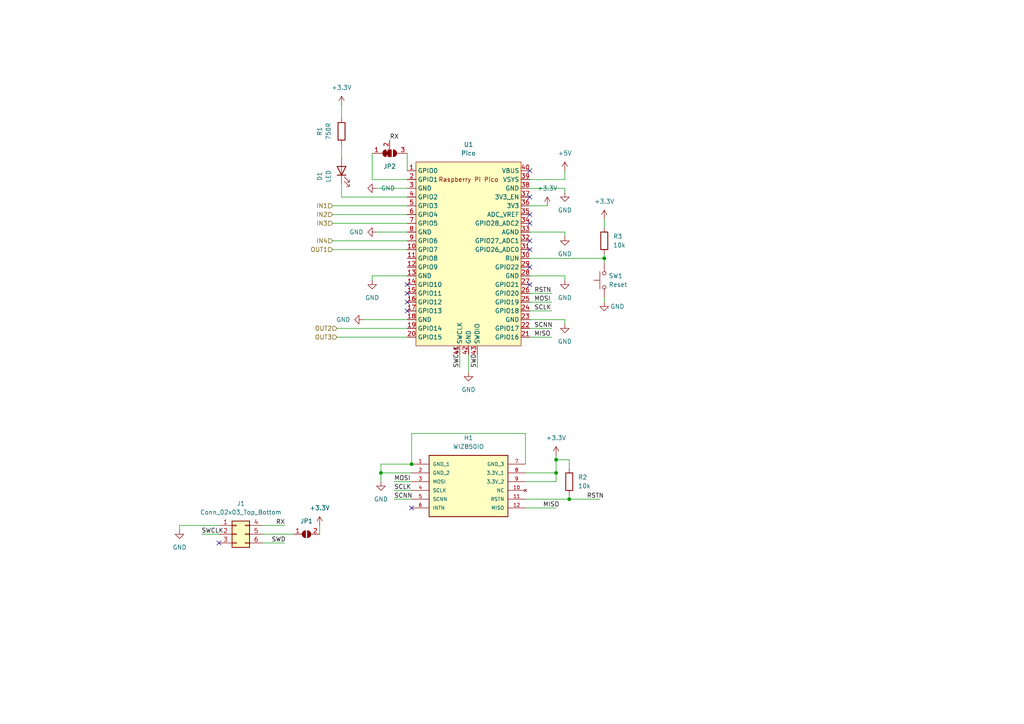
<source format=kicad_sch>
(kicad_sch (version 20211123) (generator eeschema)
  (paper "A4")
  (lib_symbols
    (symbol "Connector_Generic:Conn_02x03_Top_Bottom" (pin_names (offset 1.016) hide)
      (property "Reference" "J" (at 1.27 5.08 0))
      (property "Value" "Conn_02x03_Top_Bottom" (at 1.27 -5.08 0))
      (symbol "Conn_02x03_Top_Bottom_1_1"
        (rectangle (start -1.27 -2.413) (end 0 -2.667) (stroke (width 0.1524)))
        (rectangle (start -1.27 0.127) (end 0 -0.127) (stroke (width 0.1524)))
        (rectangle (start -1.27 2.667) (end 0 2.413) (stroke (width 0.1524)))
        (rectangle (start -1.27 3.81) (end 3.81 -3.81) (stroke (width 0.254)) (fill (type background)))
        (rectangle (start 3.81 -2.413) (end 2.54 -2.667) (stroke (width 0.1524)))
        (rectangle (start 3.81 0.127) (end 2.54 -0.127) (stroke (width 0.1524)))
        (rectangle (start 3.81 2.667) (end 2.54 2.413) (stroke (width 0.1524)))
        (pin passive line (at -5.08 2.54 0) (length 3.81) (name "Pin_1") (number "1"))
        (pin passive line (at -5.08 0 0) (length 3.81) (name "Pin_2") (number "2"))
        (pin passive line (at -5.08 -2.54 0) (length 3.81) (name "Pin_3") (number "3"))
        (pin passive line (at 7.62 2.54 180) (length 3.81) (name "Pin_4") (number "4"))
        (pin passive line (at 7.62 0 180) (length 3.81) (name "Pin_5") (number "5"))
        (pin passive line (at 7.62 -2.54 180) (length 3.81) (name "Pin_6") (number "6"))
      )
    )
    (symbol "Device:LED" (pin_numbers hide) (pin_names (offset 1.016) hide)
      (property "Reference" "D" (at 0 2.54 0))
      (property "Value" "LED" (at 0 -2.54 0))
      (symbol "LED_0_1"
        (polyline (pts (xy -1.27 -1.27) (xy -1.27 1.27)) (stroke (width 0.254)))
        (polyline (pts (xy -1.27 0) (xy 1.27 0)))
        (polyline (pts (xy 1.27 -1.27) (xy 1.27 1.27) (xy -1.27 0) (xy 1.27 -1.27)) (stroke (width 0.254)))
        (polyline (pts (xy -3.048 -0.762) (xy -4.572 -2.286) (xy -3.81 -2.286) (xy -4.572 -2.286) (xy -4.572 -1.524)))
        (polyline (pts (xy -1.778 -0.762) (xy -3.302 -2.286) (xy -2.54 -2.286) (xy -3.302 -2.286) (xy -3.302 -1.524)))
      )
      (symbol "LED_1_1"
        (pin passive line (at -3.81 0 0) (length 2.54) (name "K") (number "1"))
        (pin passive line (at 3.81 0 180) (length 2.54) (name "A") (number "2"))
      )
    )
    (symbol "Device:R" (pin_numbers hide) (pin_names (offset 0))
      (property "Reference" "R" (at 2.032 0 90))
      (property "Value" "R" (at 0 0 90))
      (symbol "R_0_1"
        (rectangle (start -1.016 -2.54) (end 1.016 2.54) (stroke (width 0.254)))
      )
      (symbol "R_1_1"
        (pin passive line (at 0 3.81 270) (length 1.27) (name "~") (number "1"))
        (pin passive line (at 0 -3.81 90) (length 1.27) (name "~") (number "2"))
      )
    )
    (symbol "Jumper:SolderJumper_2_Open" (pin_names (offset 0) hide)
      (property "Reference" "JP" (at 0 2.032 0))
      (property "Value" "SolderJumper_2_Open" (at 0 -2.54 0))
      (symbol "SolderJumper_2_Open_0_1"
        (arc (start -0.254 1.016) (mid -1.27 0) (end -0.254 -1.016))
        (arc (start -0.254 1.016) (mid -1.27 0) (end -0.254 -1.016) (fill (type outline)))
        (polyline (pts (xy -0.254 1.016) (xy -0.254 -1.016)))
        (polyline (pts (xy 0.254 1.016) (xy 0.254 -1.016)))
        (arc (start 0.254 -1.016) (mid 1.27 0) (end 0.254 1.016))
        (arc (start 0.254 -1.016) (mid 1.27 0) (end 0.254 1.016) (fill (type outline)))
      )
      (symbol "SolderJumper_2_Open_1_1"
        (pin passive line (at -3.81 0 0) (length 2.54) (name "A") (number "1"))
        (pin passive line (at 3.81 0 180) (length 2.54) (name "B") (number "2"))
      )
    )
    (symbol "Jumper:SolderJumper_3_Bridged12" (pin_names (offset 0) hide)
      (property "Reference" "JP" (at -2.54 -2.54 0))
      (property "Value" "SolderJumper_3_Bridged12" (at 0 2.794 0))
      (symbol "SolderJumper_3_Bridged12_0_1"
        (rectangle (start -1.016 0.508) (end -0.508 -0.508) (fill (type outline)))
        (arc (start -1.016 1.016) (mid -2.032 0) (end -1.016 -1.016))
        (arc (start -1.016 1.016) (mid -2.032 0) (end -1.016 -1.016) (fill (type outline)))
        (rectangle (start -0.508 1.016) (end 0.508 -1.016) (fill (type outline)))
        (polyline (pts (xy -2.54 0) (xy -2.032 0)))
        (polyline (pts (xy -1.016 1.016) (xy -1.016 -1.016)))
        (polyline (pts (xy 0 -1.27) (xy 0 -1.016)))
        (polyline (pts (xy 1.016 1.016) (xy 1.016 -1.016)))
        (polyline (pts (xy 2.54 0) (xy 2.032 0)))
        (arc (start 1.016 -1.016) (mid 2.032 0) (end 1.016 1.016))
        (arc (start 1.016 -1.016) (mid 2.032 0) (end 1.016 1.016) (fill (type outline)))
      )
      (symbol "SolderJumper_3_Bridged12_1_1"
        (pin passive line (at -5.08 0 0) (length 2.54) (name "A") (number "1"))
        (pin passive line (at 0 -3.81 90) (length 2.54) (name "C") (number "2"))
        (pin passive line (at 5.08 0 180) (length 2.54) (name "B") (number "3"))
      )
    )
    (symbol "MCU_RaspberryPi_and_Boards:Pico"
      (property "Reference" "U" (at -13.97 27.94 0))
      (property "Value" "Pico" (at 0 19.05 0))
      (symbol "Pico_0_0"
        (text "Raspberry Pi Pico" (at 0 21.59 0) (effects (font (size 1.27 1.27))))
      )
      (symbol "Pico_0_1"
        (rectangle (start -15.24 26.67) (end 15.24 -26.67) (fill (type background)))
      )
      (symbol "Pico_1_1"
        (pin bidirectional line (at -17.78 24.13 0) (length 2.54) (name "GPIO0") (number "1"))
        (pin bidirectional line (at -17.78 1.27 0) (length 2.54) (name "GPIO7") (number "10"))
        (pin bidirectional line (at -17.78 -1.27 0) (length 2.54) (name "GPIO8") (number "11"))
        (pin bidirectional line (at -17.78 -3.81 0) (length 2.54) (name "GPIO9") (number "12"))
        (pin power_in line (at -17.78 -6.35 0) (length 2.54) (name "GND") (number "13"))
        (pin bidirectional line (at -17.78 -8.89 0) (length 2.54) (name "GPIO10") (number "14"))
        (pin bidirectional line (at -17.78 -11.43 0) (length 2.54) (name "GPIO11") (number "15"))
        (pin bidirectional line (at -17.78 -13.97 0) (length 2.54) (name "GPIO12") (number "16"))
        (pin bidirectional line (at -17.78 -16.51 0) (length 2.54) (name "GPIO13") (number "17"))
        (pin power_in line (at -17.78 -19.05 0) (length 2.54) (name "GND") (number "18"))
        (pin bidirectional line (at -17.78 -21.59 0) (length 2.54) (name "GPIO14") (number "19"))
        (pin bidirectional line (at -17.78 21.59 0) (length 2.54) (name "GPIO1") (number "2"))
        (pin bidirectional line (at -17.78 -24.13 0) (length 2.54) (name "GPIO15") (number "20"))
        (pin bidirectional line (at 17.78 -24.13 180) (length 2.54) (name "GPIO16") (number "21"))
        (pin bidirectional line (at 17.78 -21.59 180) (length 2.54) (name "GPIO17") (number "22"))
        (pin power_in line (at 17.78 -19.05 180) (length 2.54) (name "GND") (number "23"))
        (pin bidirectional line (at 17.78 -16.51 180) (length 2.54) (name "GPIO18") (number "24"))
        (pin bidirectional line (at 17.78 -13.97 180) (length 2.54) (name "GPIO19") (number "25"))
        (pin bidirectional line (at 17.78 -11.43 180) (length 2.54) (name "GPIO20") (number "26"))
        (pin bidirectional line (at 17.78 -8.89 180) (length 2.54) (name "GPIO21") (number "27"))
        (pin power_in line (at 17.78 -6.35 180) (length 2.54) (name "GND") (number "28"))
        (pin bidirectional line (at 17.78 -3.81 180) (length 2.54) (name "GPIO22") (number "29"))
        (pin power_in line (at -17.78 19.05 0) (length 2.54) (name "GND") (number "3"))
        (pin input line (at 17.78 -1.27 180) (length 2.54) (name "RUN") (number "30"))
        (pin bidirectional line (at 17.78 1.27 180) (length 2.54) (name "GPIO26_ADC0") (number "31"))
        (pin bidirectional line (at 17.78 3.81 180) (length 2.54) (name "GPIO27_ADC1") (number "32"))
        (pin power_in line (at 17.78 6.35 180) (length 2.54) (name "AGND") (number "33"))
        (pin bidirectional line (at 17.78 8.89 180) (length 2.54) (name "GPIO28_ADC2") (number "34"))
        (pin power_in line (at 17.78 11.43 180) (length 2.54) (name "ADC_VREF") (number "35"))
        (pin power_in line (at 17.78 13.97 180) (length 2.54) (name "3V3") (number "36"))
        (pin input line (at 17.78 16.51 180) (length 2.54) (name "3V3_EN") (number "37"))
        (pin bidirectional line (at 17.78 19.05 180) (length 2.54) (name "GND") (number "38"))
        (pin power_in line (at 17.78 21.59 180) (length 2.54) (name "VSYS") (number "39"))
        (pin bidirectional line (at -17.78 16.51 0) (length 2.54) (name "GPIO2") (number "4"))
        (pin power_in line (at 17.78 24.13 180) (length 2.54) (name "VBUS") (number "40"))
        (pin input line (at -2.54 -29.21 90) (length 2.54) (name "SWCLK") (number "41"))
        (pin power_in line (at 0 -29.21 90) (length 2.54) (name "GND") (number "42"))
        (pin bidirectional line (at 2.54 -29.21 90) (length 2.54) (name "SWDIO") (number "43"))
        (pin bidirectional line (at -17.78 13.97 0) (length 2.54) (name "GPIO3") (number "5"))
        (pin bidirectional line (at -17.78 11.43 0) (length 2.54) (name "GPIO4") (number "6"))
        (pin bidirectional line (at -17.78 8.89 0) (length 2.54) (name "GPIO5") (number "7"))
        (pin power_in line (at -17.78 6.35 0) (length 2.54) (name "GND") (number "8"))
        (pin bidirectional line (at -17.78 3.81 0) (length 2.54) (name "GPIO6") (number "9"))
      )
    )
    (symbol "Switch:SW_Push" (pin_numbers hide) (pin_names (offset 1.016) hide)
      (property "Reference" "SW" (at 1.27 2.54 0))
      (property "Value" "SW_Push" (at 0 -1.524 0))
      (symbol "SW_Push_0_1"
        (circle (center -2.032 0) (radius 0.508))
        (polyline (pts (xy 0 1.27) (xy 0 3.048)))
        (polyline (pts (xy 2.54 1.27) (xy -2.54 1.27)))
        (circle (center 2.032 0) (radius 0.508))
        (pin passive line (at -5.08 0 0) (length 2.54) (name "1") (number "1"))
        (pin passive line (at 5.08 0 180) (length 2.54) (name "2") (number "2"))
      )
    )
    (symbol "W5500:WIZ850IO" (pin_names (offset 1.016))
      (property "Reference" "H" (at 29.21 7.62 0))
      (property "Value" "WIZ850IO" (at 29.21 5.08 0))
      (symbol "WIZ850IO_0_0"
        (rectangle (start 5.08 -15.24) (end 27.94 2.54) (stroke (width 0.254)) (fill (type background)))
        (pin bidirectional line (at 0 0 0) (length 5.08) (name "GND_1") (number "1"))
        (pin no_connect line (at 33.02 -7.62 180) (length 5.08) (name "NC") (number "10"))
        (pin bidirectional line (at 33.02 -10.16 180) (length 5.08) (name "RSTN") (number "11"))
        (pin bidirectional line (at 33.02 -12.7 180) (length 5.08) (name "MISO") (number "12"))
        (pin bidirectional line (at 0 -2.54 0) (length 5.08) (name "GND_2") (number "2"))
        (pin bidirectional line (at 0 -5.08 0) (length 5.08) (name "MOSI") (number "3"))
        (pin bidirectional line (at 0 -7.62 0) (length 5.08) (name "SCLK") (number "4"))
        (pin bidirectional line (at 0 -10.16 0) (length 5.08) (name "SCNN") (number "5"))
        (pin bidirectional line (at 0 -12.7 0) (length 5.08) (name "INTN") (number "6"))
        (pin bidirectional line (at 33.02 0 180) (length 5.08) (name "GND_3") (number "7"))
        (pin bidirectional line (at 33.02 -2.54 180) (length 5.08) (name "3.3V_1") (number "8"))
        (pin bidirectional line (at 33.02 -5.08 180) (length 5.08) (name "3.3V_2") (number "9"))
      )
    )
    (symbol "power:+3.3V" (power) (pin_names (offset 0))
      (property "Value" "+3.3V" (at 0 3.556 0))
      (symbol "+3.3V_0_1"
        (polyline (pts (xy -0.762 1.27) (xy 0 2.54)))
        (polyline (pts (xy 0 0) (xy 0 2.54)))
        (polyline (pts (xy 0 2.54) (xy 0.762 1.27)))
      )
      (symbol "+3.3V_1_1"
        (pin power_in line (at 0 0 90) (length 0) hide (name "+3.3V") (number "1"))
      )
    )
    (symbol "power:+5V" (power) (pin_names (offset 0))
      (property "Value" "+5V" (at 0 3.556 0))
      (symbol "+5V_0_1"
        (polyline (pts (xy -0.762 1.27) (xy 0 2.54)))
        (polyline (pts (xy 0 0) (xy 0 2.54)))
        (polyline (pts (xy 0 2.54) (xy 0.762 1.27)))
      )
      (symbol "+5V_1_1"
        (pin power_in line (at 0 0 90) (length 0) hide (name "+5V") (number "1"))
      )
    )
    (symbol "power:GND" (power) (pin_names (offset 0))
      (property "Value" "GND" (at 0 -3.81 0))
      (symbol "GND_0_1"
        (polyline (pts (xy 0 0) (xy 0 -1.27) (xy 1.27 -1.27) (xy 0 -2.54) (xy -1.27 -1.27) (xy 0 -1.27)))
      )
      (symbol "GND_1_1"
        (pin power_in line (at 0 0 270) (length 0) hide (name "GND") (number "1"))
      )
    )
  )
  (junction (at 110.49 137.16))
  (junction (at 165.1 144.78))
  (junction (at 119.38 134.62))
  (junction (at 161.29 137.16))
  (junction (at 175.26 74.93))
  (junction (at 161.29 133.35))
  (no_connect (at 119.38 147.32))
  (no_connect (at 63.5 157.48))
  (no_connect (at 153.67 57.15))
  (no_connect (at 153.67 82.55))
  (no_connect (at 153.67 77.47))
  (no_connect (at 153.67 49.53))
  (no_connect (at 153.67 62.23))
  (no_connect (at 153.67 64.77))
  (no_connect (at 153.67 69.85))
  (no_connect (at 153.67 72.39))
  (no_connect (at 118.11 82.55))
  (no_connect (at 118.11 85.09))
  (no_connect (at 118.11 87.63))
  (no_connect (at 118.11 90.17))
  (wire (pts (xy 153.67 97.79) (xy 160.02 97.79)))
  (wire (pts (xy 163.83 67.31) (xy 163.83 68.58)))
  (wire (pts (xy 135.89 102.87) (xy 135.89 107.95)))
  (wire (pts (xy 133.35 102.87) (xy 133.35 106.68)))
  (wire (pts (xy 96.52 59.69) (xy 118.11 59.69)))
  (wire (pts (xy 96.52 69.85) (xy 118.11 69.85)))
  (wire (pts (xy 107.95 44.45) (xy 107.95 52.07)))
  (wire (pts (xy 152.4 144.78) (xy 165.1 144.78)))
  (wire (pts (xy 138.43 102.87) (xy 138.43 106.68)))
  (wire (pts (xy 107.95 52.07) (xy 118.11 52.07)))
  (wire (pts (xy 110.49 134.62) (xy 110.49 137.16)))
  (wire (pts (xy 110.49 137.16) (xy 110.49 139.7)))
  (wire (pts (xy 99.06 30.48) (xy 99.06 34.29)))
  (wire (pts (xy 119.38 125.73) (xy 119.38 134.62)))
  (wire (pts (xy 92.71 152.4) (xy 92.71 154.94)))
  (wire (pts (xy 99.06 45.72) (xy 99.06 41.91)))
  (wire (pts (xy 153.67 95.25) (xy 160.02 95.25)))
  (wire (pts (xy 97.79 97.79) (xy 118.11 97.79)))
  (wire (pts (xy 99.06 57.15) (xy 118.11 57.15)))
  (wire (pts (xy 152.4 134.62) (xy 152.4 125.73)))
  (wire (pts (xy 165.1 144.78) (xy 173.99 144.78)))
  (wire (pts (xy 161.29 139.7) (xy 161.29 137.16)))
  (wire (pts (xy 163.83 54.61) (xy 163.83 55.88)))
  (wire (pts (xy 96.52 64.77) (xy 118.11 64.77)))
  (wire (pts (xy 153.67 90.17) (xy 160.02 90.17)))
  (wire (pts (xy 153.67 87.63) (xy 160.02 87.63)))
  (wire (pts (xy 97.79 95.25) (xy 118.11 95.25)))
  (wire (pts (xy 165.1 133.35) (xy 165.1 135.89)))
  (wire (pts (xy 76.2 157.48) (xy 82.55 157.48)))
  (wire (pts (xy 109.22 67.31) (xy 118.11 67.31)))
  (wire (pts (xy 152.4 147.32) (xy 161.29 147.32)))
  (wire (pts (xy 175.26 73.66) (xy 175.26 74.93)))
  (wire (pts (xy 109.22 54.61) (xy 118.11 54.61)))
  (wire (pts (xy 153.67 59.69) (xy 158.75 59.69)))
  (wire (pts (xy 76.2 154.94) (xy 85.09 154.94)))
  (wire (pts (xy 161.29 133.35) (xy 165.1 133.35)))
  (wire (pts (xy 114.3 142.24) (xy 119.38 142.24)))
  (wire (pts (xy 152.4 137.16) (xy 161.29 137.16)))
  (wire (pts (xy 153.67 54.61) (xy 163.83 54.61)))
  (wire (pts (xy 63.5 152.4) (xy 52.07 152.4)))
  (wire (pts (xy 165.1 144.78) (xy 165.1 143.51)))
  (wire (pts (xy 76.2 152.4) (xy 82.55 152.4)))
  (wire (pts (xy 105.41 92.71) (xy 118.11 92.71)))
  (wire (pts (xy 152.4 139.7) (xy 161.29 139.7)))
  (wire (pts (xy 175.26 74.93) (xy 175.26 76.2)))
  (wire (pts (xy 96.52 62.23) (xy 118.11 62.23)))
  (wire (pts (xy 163.83 52.07) (xy 163.83 49.53)))
  (wire (pts (xy 152.4 125.73) (xy 119.38 125.73)))
  (wire (pts (xy 58.42 154.94) (xy 63.5 154.94)))
  (wire (pts (xy 118.11 80.01) (xy 107.95 80.01)))
  (wire (pts (xy 114.3 139.7) (xy 119.38 139.7)))
  (wire (pts (xy 114.3 144.78) (xy 119.38 144.78)))
  (wire (pts (xy 153.67 74.93) (xy 175.26 74.93)))
  (wire (pts (xy 175.26 63.5) (xy 175.26 66.04)))
  (wire (pts (xy 153.67 67.31) (xy 163.83 67.31)))
  (wire (pts (xy 161.29 132.08) (xy 161.29 133.35)))
  (wire (pts (xy 163.83 92.71) (xy 163.83 93.98)))
  (wire (pts (xy 175.26 86.36) (xy 175.26 87.63)))
  (wire (pts (xy 110.49 137.16) (xy 119.38 137.16)))
  (wire (pts (xy 96.52 72.39) (xy 118.11 72.39)))
  (wire (pts (xy 52.07 152.4) (xy 52.07 153.67)))
  (wire (pts (xy 118.11 44.45) (xy 118.11 49.53)))
  (wire (pts (xy 99.06 53.34) (xy 99.06 57.15)))
  (wire (pts (xy 153.67 85.09) (xy 160.02 85.09)))
  (wire (pts (xy 163.83 80.01) (xy 163.83 81.28)))
  (wire (pts (xy 161.29 133.35) (xy 161.29 137.16)))
  (wire (pts (xy 153.67 92.71) (xy 163.83 92.71)))
  (wire (pts (xy 119.38 134.62) (xy 110.49 134.62)))
  (wire (pts (xy 107.95 80.01) (xy 107.95 81.28)))
  (wire (pts (xy 153.67 52.07) (xy 163.83 52.07)))
  (wire (pts (xy 153.67 80.01) (xy 163.83 80.01)))
  (label "RSTN" (at 154.94 85.09 0))
  (label "RX" (at 113.03 40.64 0))
  (label "RX" (at 80.01 152.4 0))
  (label "MISO" (at 154.94 97.79 0))
  (label "SWD" (at 78.74 157.48 0))
  (label "SCLK" (at 154.94 90.17 0))
  (label "SWD" (at 138.43 106.68 90))
  (label "MOSI" (at 114.3 139.7 0))
  (label "SCLK" (at 114.3 142.24 0))
  (label "MOSI" (at 154.94 87.63 0))
  (label "SWCLK" (at 58.42 154.94 0))
  (label "RSTN" (at 170.18 144.78 0))
  (label "SCNN" (at 154.94 95.25 0))
  (label "SWCLK" (at 133.35 106.68 90))
  (label "SCNN" (at 114.3 144.78 0))
  (label "MISO" (at 157.48 147.32 0))
  (hierarchical_label "IN1" (shape input) (at 96.52 59.69 180))
  (hierarchical_label "IN4" (shape input) (at 96.52 69.85 180))
  (hierarchical_label "IN3" (shape input) (at 96.52 64.77 180))
  (hierarchical_label "IN2" (shape input) (at 96.52 62.23 180))
  (hierarchical_label "OUT2" (shape input) (at 97.79 95.25 180))
  (hierarchical_label "OUT3" (shape input) (at 97.79 97.79 180))
  (hierarchical_label "OUT1" (shape input) (at 96.52 72.39 180))
  (symbol (lib_id "power:+3.3V") (at 175.26 63.5 0) (unit 1)
    (property "Reference" "#PWR017" (effects hide))
    (property "Value" "+3.3V" (at 175.26 58.42 0))
  )
  (symbol (lib_id "Jumper:SolderJumper_2_Open") (at 88.9 154.94 0) (unit 1)
    (property "Reference" "JP1" (at 88.9 151.13 0))
    (property "Value" "SolderJumper_2_Open" (effects hide))
  )
  (symbol (lib_id "Connector_Generic:Conn_02x03_Top_Bottom") (at 68.58 154.94 0) (unit 1)
    (property "Reference" "J1" (at 69.85 146.05 0))
    (property "Value" "Conn_02x03_Top_Bottom" (at 69.85 148.59 0))
    (property "Footprint" "Connector_PinHeader_2.54mm:PinHeader_2x03_P2.54mm_Vertical" (effects hide))
  )
  (symbol (lib_id "power:GND") (at 109.22 67.31 270) (unit 1)
    (property "Reference" "#PWR07" (effects hide))
    (property "Value" "GND" (at 105.41 67.3099 90) (effects (justify right)))
  )
  (symbol (lib_id "Jumper:SolderJumper_3_Bridged12") (at 113.03 44.45 0) (mirror x) (unit 1)
    (property "Reference" "JP2" (at 113.03 48.26 0))
    (property "Value" "SolderJumper_3_Bridged12" (effects hide))
    (property "Footprint" "Jumper:SolderJumper-3_P1.3mm_Bridged12_Pad1.0x1.5mm" (effects hide))
  )
  (symbol (lib_id "Device:R") (at 99.06 38.1 180) (unit 1)
    (property "Reference" "R1" (at 92.71 38.1 90))
    (property "Value" "750R" (at 95.25 38.1 90))
    (property "Footprint" "Resistor_SMD:R_0805_2012Metric_Pad1.20x1.40mm_HandSolder" (effects hide))
  )
  (symbol (lib_id "power:GND") (at 52.07 153.67 0) (unit 1)
    (property "Reference" "#PWR01" (effects hide))
    (property "Value" "GND" (at 52.07 158.75 0))
  )
  (symbol (lib_id "Device:R") (at 175.26 69.85 180) (unit 1)
    (property "Reference" "R3" (at 177.8 68.5799 0) (effects (justify right)))
    (property "Value" "10k" (at 177.8 71.1199 0) (effects (justify right)))
    (property "Footprint" "Resistor_SMD:R_0805_2012Metric" (effects hide))
  )
  (symbol (lib_id "power:GND") (at 175.26 87.63 0) (unit 1)
    (property "Reference" "#PWR018" (effects hide))
    (property "Value" "GND" (at 179.07 88.9 0))
  )
  (symbol (lib_id "power:+3.3V") (at 92.71 152.4 0) (unit 1)
    (property "Reference" "#PWR02" (effects hide))
    (property "Value" "+3.3V" (at 92.71 147.32 0))
  )
  (symbol (lib_id "Switch:SW_Push") (at 175.26 81.28 90) (unit 1)
    (property "Reference" "SW1" (at 176.53 80.0099 90) (effects (justify right)))
    (property "Value" "Reset" (at 176.53 82.5499 90) (effects (justify right)))
    (property "Footprint" "Button_Switch_SMD:SW_SPST_EVPBF" (effects hide))
  )
  (symbol (lib_id "power:GND") (at 109.22 54.61 270) (unit 1)
    (property "Reference" "#PWR06" (effects hide))
    (property "Value" "GND" (at 110.49 54.6099 90) (effects (justify left)))
  )
  (symbol (lib_id "Device:LED") (at 99.06 49.53 90) (unit 1)
    (property "Reference" "D1" (at 92.71 51.1175 0))
    (property "Value" "LED" (at 95.25 51.1175 0))
    (property "Footprint" "LED_THT:LED_D3.0mm" (effects hide))
  )
  (symbol (lib_id "power:GND") (at 107.95 81.28 0) (unit 1)
    (property "Reference" "#PWR05" (effects hide))
    (property "Value" "GND" (at 107.95 86.36 0))
  )
  (symbol (lib_id "W5500:WIZ850IO") (at 119.38 134.62 0) (unit 1)
    (property "Reference" "H1" (at 135.89 127 0))
    (property "Value" "WIZ850IO" (at 135.89 129.54 0))
    (property "Footprint" "W5500:WIZ850IO" (effects hide))
    (property "HEIGHT" "17mm" (effects hide))
    (property "DESCRIPTION" "WIZ820io network module that uses SPI and includes a W5500 and RJ45 jack with integrated transformer" (effects hide))
    (property "MANUFACTURER_NAME" "Wiznet Technology" (effects hide))
    (property "MANUFACTURER_PART_NUMBER" "WIZ850IO" (effects hide))
    (property "ARROW_PRICE-STOCK" "https://www.arrow.com/en/products/wiz850io/wiznet" (effects hide))
    (property "ARROW_PART_NUMBER" "WIZ850IO" (effects hide))
  )
  (symbol (lib_id "power:+5V") (at 163.83 49.53 0) (unit 1)
    (property "Reference" "#PWR012" (effects hide))
    (property "Value" "+5V" (at 163.83 44.45 0))
  )
  (symbol (lib_id "power:GND") (at 105.41 92.71 270) (unit 1)
    (property "Reference" "#PWR04" (effects hide))
    (property "Value" "GND" (at 101.6 92.7099 90) (effects (justify right)))
  )
  (symbol (lib_id "power:GND") (at 110.49 139.7 0) (unit 1)
    (property "Reference" "#PWR08" (effects hide))
    (property "Value" "GND" (at 110.49 144.78 0))
  )
  (symbol (lib_id "power:GND") (at 135.89 107.95 0) (unit 1)
    (property "Reference" "#PWR09" (effects hide))
    (property "Value" "GND" (at 135.89 113.03 0))
  )
  (symbol (lib_id "power:GND") (at 163.83 81.28 0) (unit 1)
    (property "Reference" "#PWR015" (effects hide))
    (property "Value" "GND" (at 163.83 86.36 0))
  )
  (symbol (lib_id "power:GND") (at 163.83 93.98 0) (unit 1)
    (property "Reference" "#PWR016" (effects hide))
    (property "Value" "GND" (at 163.83 99.06 0))
  )
  (symbol (lib_id "Device:R") (at 165.1 139.7 180) (unit 1)
    (property "Reference" "R2" (at 167.64 138.4299 0) (effects (justify right)))
    (property "Value" "10k" (at 167.64 140.9699 0) (effects (justify right)))
    (property "Footprint" "Resistor_SMD:R_0805_2012Metric" (effects hide))
  )
  (symbol (lib_id "power:GND") (at 163.83 68.58 0) (unit 1)
    (property "Reference" "#PWR014" (effects hide))
    (property "Value" "GND" (at 163.83 73.66 0))
  )
  (symbol (lib_id "power:+3.3V") (at 99.06 30.48 0) (unit 1)
    (property "Reference" "#PWR03" (effects hide))
    (property "Value" "+3.3V" (at 99.06 25.4 0))
  )
  (symbol (lib_id "power:+3.3V") (at 158.75 59.69 0) (unit 1)
    (property "Reference" "#PWR010" (effects hide))
    (property "Value" "+3.3V" (at 158.75 54.61 0))
  )
  (symbol (lib_id "power:+3.3V") (at 161.29 132.08 0) (unit 1)
    (property "Reference" "#PWR011" (effects hide))
    (property "Value" "+3.3V" (at 161.29 127 0))
  )
  (symbol (lib_id "power:GND") (at 163.83 55.88 0) (unit 1)
    (property "Reference" "#PWR013" (effects hide))
    (property "Value" "GND" (at 163.83 60.96 0))
  )
  (symbol (lib_id "MCU_RaspberryPi_and_Boards:Pico") (at 135.89 73.66 0) (unit 1)
    (property "Reference" "U1" (at 135.89 41.91 0))
    (property "Value" "Pico" (at 135.89 44.45 0))
    (property "Footprint" "MCU_RaspberryPi_and_Boards:RPi_Pico_SMD_TH" (effects hide))
  )
)
</source>
